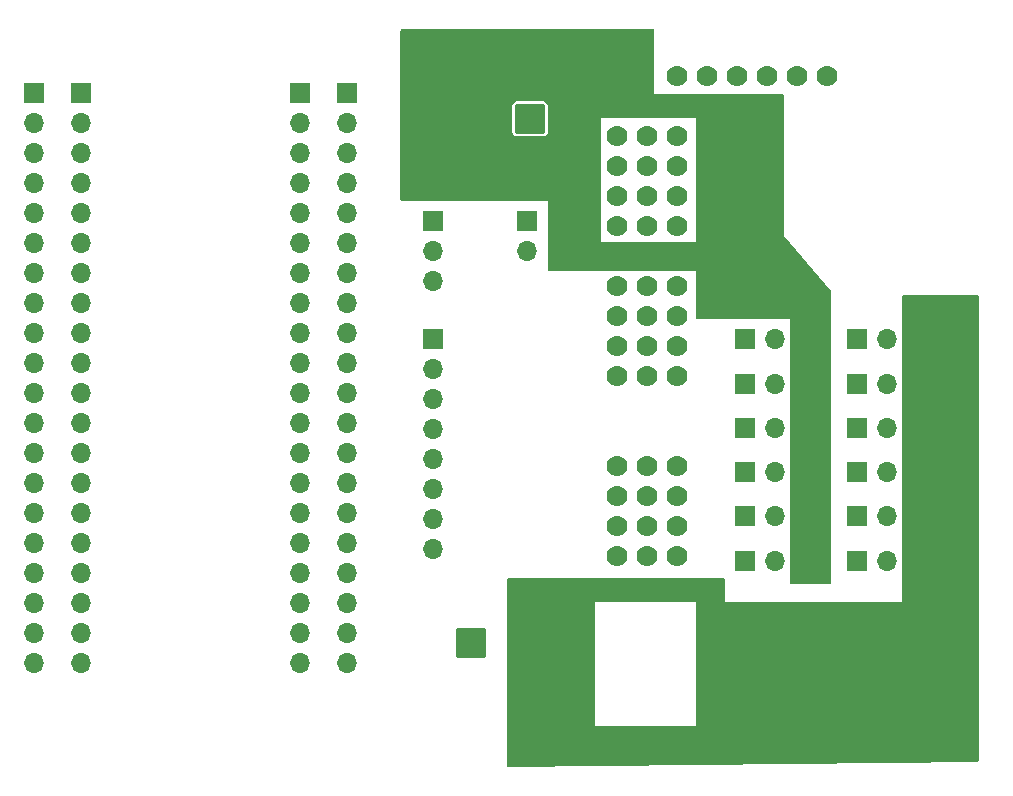
<source format=gbr>
%TF.GenerationSoftware,KiCad,Pcbnew,9.0.0*%
%TF.CreationDate,2025-03-26T16:24:42-04:00*%
%TF.ProjectId,spotmicro18_5mm,73706f74-6d69-4637-926f-31385f356d6d,rev?*%
%TF.SameCoordinates,Original*%
%TF.FileFunction,Copper,L2,Inr*%
%TF.FilePolarity,Positive*%
%FSLAX46Y46*%
G04 Gerber Fmt 4.6, Leading zero omitted, Abs format (unit mm)*
G04 Created by KiCad (PCBNEW 9.0.0) date 2025-03-26 16:24:42*
%MOMM*%
%LPD*%
G01*
G04 APERTURE LIST*
G04 Aperture macros list*
%AMRoundRect*
0 Rectangle with rounded corners*
0 $1 Rounding radius*
0 $2 $3 $4 $5 $6 $7 $8 $9 X,Y pos of 4 corners*
0 Add a 4 corners polygon primitive as box body*
4,1,4,$2,$3,$4,$5,$6,$7,$8,$9,$2,$3,0*
0 Add four circle primitives for the rounded corners*
1,1,$1+$1,$2,$3*
1,1,$1+$1,$4,$5*
1,1,$1+$1,$6,$7*
1,1,$1+$1,$8,$9*
0 Add four rect primitives between the rounded corners*
20,1,$1+$1,$2,$3,$4,$5,0*
20,1,$1+$1,$4,$5,$6,$7,0*
20,1,$1+$1,$6,$7,$8,$9,0*
20,1,$1+$1,$8,$9,$2,$3,0*%
G04 Aperture macros list end*
%TA.AperFunction,ComponentPad*%
%ADD10R,1.700000X1.700000*%
%TD*%
%TA.AperFunction,ComponentPad*%
%ADD11O,1.700000X1.700000*%
%TD*%
%TA.AperFunction,ComponentPad*%
%ADD12RoundRect,0.250000X1.050000X1.050000X-1.050000X1.050000X-1.050000X-1.050000X1.050000X-1.050000X0*%
%TD*%
%TA.AperFunction,ComponentPad*%
%ADD13C,2.600000*%
%TD*%
%TA.AperFunction,ComponentPad*%
%ADD14RoundRect,0.250000X-1.050000X-1.050000X1.050000X-1.050000X1.050000X1.050000X-1.050000X1.050000X0*%
%TD*%
%TA.AperFunction,ComponentPad*%
%ADD15C,1.778000*%
%TD*%
%TA.AperFunction,Conductor*%
%ADD16C,1.700000*%
%TD*%
G04 APERTURE END LIST*
D10*
%TO.N,/PWM-7*%
%TO.C,J9*%
X146170000Y-88000000D03*
D11*
%TO.N,/S2-PWR*%
X148710000Y-88000000D03*
%TO.N,/S2-GND*%
X151250000Y-88000000D03*
%TD*%
D10*
%TO.N,/ESP-32Pin*%
%TO.C,J14*%
X90000000Y-63360000D03*
D11*
X90000000Y-65900000D03*
X90000000Y-68440000D03*
X90000000Y-70980000D03*
X90000000Y-73520000D03*
X90000000Y-76060000D03*
X90000000Y-78600000D03*
X90000000Y-81140000D03*
X90000000Y-83680000D03*
X90000000Y-86220000D03*
X90000000Y-88760000D03*
X90000000Y-91300000D03*
X90000000Y-93840000D03*
X90000000Y-96380000D03*
X90000000Y-98920000D03*
X90000000Y-101460000D03*
X90000000Y-104000000D03*
X90000000Y-106540000D03*
X90000000Y-109080000D03*
X90000000Y-111620000D03*
%TD*%
D10*
%TO.N,/PWM-4*%
%TO.C,J6*%
X155670000Y-99250000D03*
D11*
%TO.N,/S1-PWR*%
X158210000Y-99250000D03*
%TO.N,/S1-GND*%
X160750000Y-99250000D03*
%TD*%
D10*
%TO.N,/Global SCL*%
%TO.C,J18*%
X127750000Y-74250000D03*
D11*
%TO.N,/Global SDA*%
X127750000Y-76790000D03*
%TD*%
D12*
%TO.N,/S2-PWR*%
%TO.C,J21*%
X127993453Y-65577500D03*
D13*
%TO.N,/S2-GND*%
X122993453Y-65577500D03*
%TD*%
D10*
%TO.N,/PWM-2*%
%TO.C,J4*%
X155670000Y-91750000D03*
D11*
%TO.N,/S1-PWR*%
X158210000Y-91750000D03*
%TO.N,/S1-GND*%
X160750000Y-91750000D03*
%TD*%
D10*
%TO.N,/ESP-32Pin*%
%TO.C,J17*%
X112500000Y-63400000D03*
D11*
X112500000Y-65940000D03*
X112500000Y-68480000D03*
X112500000Y-71020000D03*
X112500000Y-73560000D03*
X112500000Y-76100000D03*
X112500000Y-78640000D03*
X112500000Y-81180000D03*
X112500000Y-83720000D03*
X112500000Y-86260000D03*
X112500000Y-88800000D03*
X112500000Y-91340000D03*
X112500000Y-93880000D03*
X112500000Y-96420000D03*
X112500000Y-98960000D03*
X112500000Y-101500000D03*
X112500000Y-104040000D03*
X112500000Y-106580000D03*
X112500000Y-109120000D03*
X112500000Y-111660000D03*
%TD*%
D10*
%TO.N,/PWM-11*%
%TO.C,J13*%
X146170000Y-103000000D03*
D11*
%TO.N,/S2-PWR*%
X148710000Y-103000000D03*
%TO.N,/S2-GND*%
X151250000Y-103000000D03*
%TD*%
D10*
%TO.N,/PWM-1*%
%TO.C,J3*%
X155670000Y-88000000D03*
D11*
%TO.N,/S1-PWR*%
X158210000Y-88000000D03*
%TO.N,/S1-GND*%
X160750000Y-88000000D03*
%TD*%
D10*
%TO.N,/ESP-32Pin*%
%TO.C,J15*%
X108500000Y-63400000D03*
D11*
X108500000Y-65940000D03*
X108500000Y-68480000D03*
X108500000Y-71020000D03*
X108500000Y-73560000D03*
X108500000Y-76100000D03*
X108500000Y-78640000D03*
X108500000Y-81180000D03*
X108500000Y-83720000D03*
X108500000Y-86260000D03*
X108500000Y-88800000D03*
X108500000Y-91340000D03*
X108500000Y-93880000D03*
X108500000Y-96420000D03*
X108500000Y-98960000D03*
X108500000Y-101500000D03*
X108500000Y-104040000D03*
X108500000Y-106580000D03*
X108500000Y-109120000D03*
X108500000Y-111660000D03*
%TD*%
D10*
%TO.N,/PWM-9*%
%TO.C,J11*%
X146170000Y-95500000D03*
D11*
%TO.N,/S2-PWR*%
X148710000Y-95500000D03*
%TO.N,/S2-GND*%
X151250000Y-95500000D03*
%TD*%
D14*
%TO.N,/S1-PWR*%
%TO.C,J1*%
X123000000Y-110000000D03*
D13*
%TO.N,/S1-GND*%
X128000000Y-110000000D03*
%TD*%
D10*
%TO.N,/ESP-32Pin*%
%TO.C,J16*%
X86000000Y-63360000D03*
D11*
X86000000Y-65900000D03*
X86000000Y-68440000D03*
X86000000Y-70980000D03*
X86000000Y-73520000D03*
X86000000Y-76060000D03*
X86000000Y-78600000D03*
X86000000Y-81140000D03*
X86000000Y-83680000D03*
X86000000Y-86220000D03*
X86000000Y-88760000D03*
X86000000Y-91300000D03*
X86000000Y-93840000D03*
X86000000Y-96380000D03*
X86000000Y-98920000D03*
X86000000Y-101460000D03*
X86000000Y-104000000D03*
X86000000Y-106540000D03*
X86000000Y-109080000D03*
X86000000Y-111620000D03*
%TD*%
D10*
%TO.N,/PWM-6*%
%TO.C,J8*%
X146170000Y-84250000D03*
D11*
%TO.N,/S2-PWR*%
X148710000Y-84250000D03*
%TO.N,/S2-GND*%
X151250000Y-84250000D03*
%TD*%
D10*
%TO.N,/PWM-3*%
%TO.C,J5*%
X155670000Y-95500000D03*
D11*
%TO.N,/S1-PWR*%
X158210000Y-95500000D03*
%TO.N,/S1-GND*%
X160750000Y-95500000D03*
%TD*%
D10*
%TO.N,/PWM-8*%
%TO.C,J10*%
X146170000Y-91750000D03*
D11*
%TO.N,/S2-PWR*%
X148710000Y-91750000D03*
%TO.N,/S2-GND*%
X151250000Y-91750000D03*
%TD*%
D10*
%TO.N,/ESP32-3v3*%
%TO.C,J20*%
X119800000Y-84260000D03*
D11*
%TO.N,/ESP32-GND*%
X119800000Y-86800000D03*
%TO.N,/Global SCL*%
X119800000Y-89340000D03*
%TO.N,/Global SDA*%
X119800000Y-91880000D03*
%TO.N,unconnected-(J20-Pin_5-Pad5)*%
X119800000Y-94420000D03*
%TO.N,unconnected-(J20-Pin_6-Pad6)*%
X119800000Y-96960000D03*
%TO.N,unconnected-(J20-Pin_7-Pad7)*%
X119800000Y-99500000D03*
%TO.N,unconnected-(J20-Pin_8-Pad8)*%
X119800000Y-102040000D03*
%TD*%
D10*
%TO.N,/PWM-10*%
%TO.C,J12*%
X146170000Y-99250000D03*
D11*
%TO.N,/S2-PWR*%
X148710000Y-99250000D03*
%TO.N,/S2-GND*%
X151250000Y-99250000D03*
%TD*%
D10*
%TO.N,/ESP32-GND*%
%TO.C,J19*%
X119750000Y-74210000D03*
D11*
%TO.N,/ESP32-3v3*%
X119750000Y-76750000D03*
%TO.N,/ESP32-5v*%
X119750000Y-79290000D03*
%TD*%
D10*
%TO.N,/PWM-5*%
%TO.C,J7*%
X155670000Y-103000000D03*
D11*
%TO.N,/S1-PWR*%
X158210000Y-103000000D03*
%TO.N,/S1-GND*%
X160750000Y-103000000D03*
%TD*%
D15*
%TO.N,/PWM-0*%
%TO.C,U2*%
X140440000Y-67050000D03*
%TO.N,/PWM-1*%
X140440000Y-69590000D03*
%TO.N,/PWM-2*%
X140440000Y-72130000D03*
%TO.N,/PWM-3*%
X140440000Y-74670000D03*
%TO.N,/PWM-4*%
X140440000Y-79750000D03*
%TO.N,/PWM-5*%
X140440000Y-82290000D03*
%TO.N,/PWM-6*%
X140440000Y-84830000D03*
%TO.N,/PWM-7*%
X140440000Y-87370000D03*
%TO.N,/PWM-8*%
X140440000Y-94990000D03*
%TO.N,/PWM-9*%
X140440000Y-97530000D03*
%TO.N,/PWM-10*%
X140440000Y-100070000D03*
%TO.N,/PWM-11*%
X140440000Y-102610000D03*
%TO.N,/ESP32-GND*%
X153140000Y-61970000D03*
%TO.N,N/C*%
X135360000Y-67050000D03*
X135360000Y-69590000D03*
X135360000Y-72130000D03*
X135360000Y-74670000D03*
X135360000Y-79750000D03*
X135360000Y-82290000D03*
X135360000Y-84830000D03*
X135360000Y-87370000D03*
X135360000Y-94990000D03*
X135360000Y-97530000D03*
X135360000Y-100070000D03*
X135360000Y-102610000D03*
X150600000Y-61970000D03*
%TO.N,/Global SCL*%
X148060000Y-61970000D03*
%TO.N,/Global SDA*%
X145520000Y-61970000D03*
%TO.N,unconnected-(U2-V+-PadV+_1)*%
X140440000Y-61970000D03*
%TO.N,N/C*%
X137900000Y-67050000D03*
X137900000Y-69590000D03*
X137900000Y-72130000D03*
X137900000Y-74670000D03*
X137900000Y-79750000D03*
X137900000Y-82290000D03*
X137900000Y-84830000D03*
X137900000Y-87370000D03*
X137900000Y-94990000D03*
X137900000Y-97530000D03*
X137900000Y-100070000D03*
X137900000Y-102610000D03*
%TO.N,/ESP32-5v*%
X142980000Y-61970000D03*
%TD*%
D10*
%TO.N,/PWM-0*%
%TO.C,J2*%
X155670000Y-84250000D03*
D11*
%TO.N,/S1-PWR*%
X158210000Y-84250000D03*
%TO.N,/S1-GND*%
X160750000Y-84250000D03*
%TD*%
D16*
%TO.N,/S1-GND*%
X160750000Y-103000000D02*
X160750000Y-95500000D01*
X128000000Y-110000000D02*
X128000000Y-115000000D01*
X160750000Y-110750000D02*
X160750000Y-103000000D01*
X128000000Y-115000000D02*
X131500000Y-118500000D01*
X160750000Y-103000000D02*
X160750000Y-99250000D01*
X131500000Y-118500000D02*
X153000000Y-118500000D01*
X160750000Y-84250000D02*
X160750000Y-88000000D01*
X160750000Y-91750000D02*
X160750000Y-95500000D01*
X153000000Y-118500000D02*
X160750000Y-110750000D01*
X160750000Y-91750000D02*
X160750000Y-88000000D01*
%TO.N,/S2-GND*%
X151250000Y-91750000D02*
X151250000Y-95500000D01*
X142500000Y-64500000D02*
X146500000Y-68500000D01*
X133000000Y-61000000D02*
X136500000Y-64500000D01*
X147000000Y-78500000D02*
X149500000Y-78500000D01*
X151250000Y-95500000D02*
X151250000Y-99250000D01*
X151250000Y-99250000D02*
X151250000Y-103000000D01*
X125000000Y-61000000D02*
X133000000Y-61000000D01*
X151250000Y-88000000D02*
X151250000Y-91750000D01*
X151250000Y-84250000D02*
X151250000Y-88000000D01*
X122993453Y-63006547D02*
X125000000Y-61000000D01*
X122993453Y-65577500D02*
X122993453Y-63006547D01*
X146500000Y-78000000D02*
X147000000Y-78500000D01*
X146500000Y-68500000D02*
X146500000Y-78000000D01*
X149500000Y-78500000D02*
X151250000Y-80250000D01*
X151250000Y-80250000D02*
X151250000Y-84250000D01*
X136500000Y-64500000D02*
X142500000Y-64500000D01*
%TD*%
%TA.AperFunction,Conductor*%
%TO.N,/S2-GND*%
G36*
X134000000Y-76000000D02*
G01*
X142000000Y-76000000D01*
X142000000Y-78500000D01*
X129624000Y-78500000D01*
X129556961Y-78480315D01*
X129511206Y-78427511D01*
X129500000Y-78376000D01*
X129500000Y-72500000D01*
X134000000Y-72500000D01*
X134000000Y-76000000D01*
G37*
%TD.AperFunction*%
%TD*%
%TA.AperFunction,Conductor*%
%TO.N,/S2-GND*%
G36*
X138443039Y-58019685D02*
G01*
X138488794Y-58072489D01*
X138500000Y-58124000D01*
X138500000Y-63500000D01*
X149376000Y-63500000D01*
X149443039Y-63519685D01*
X149488794Y-63572489D01*
X149500000Y-63624000D01*
X149500000Y-71657949D01*
X149499684Y-71666789D01*
X149495024Y-71731977D01*
X149495024Y-71731992D01*
X149495047Y-72269008D01*
X149499684Y-72333789D01*
X149500000Y-72342641D01*
X149500000Y-75500000D01*
X153470148Y-80131839D01*
X153498831Y-80195549D01*
X153500000Y-80212536D01*
X153500000Y-104876000D01*
X153480315Y-104943039D01*
X153427511Y-104988794D01*
X153376000Y-105000000D01*
X150124000Y-105000000D01*
X150056961Y-104980315D01*
X150011206Y-104927511D01*
X150000000Y-104876000D01*
X150000000Y-82500000D01*
X142124000Y-82500000D01*
X142056961Y-82480315D01*
X142011206Y-82427511D01*
X142000000Y-82376000D01*
X142000000Y-78500000D01*
X142000000Y-65500000D01*
X134000000Y-65500000D01*
X134000000Y-72500000D01*
X117124000Y-72500000D01*
X117056961Y-72480315D01*
X117011206Y-72427511D01*
X117000000Y-72376000D01*
X117000000Y-64473230D01*
X126492953Y-64473230D01*
X126492953Y-66681769D01*
X126495806Y-66712199D01*
X126495806Y-66712201D01*
X126524736Y-66794875D01*
X126540660Y-66840382D01*
X126621303Y-66949650D01*
X126730571Y-67030293D01*
X126773298Y-67045244D01*
X126858752Y-67075146D01*
X126889183Y-67078000D01*
X126889187Y-67078000D01*
X129097723Y-67078000D01*
X129128152Y-67075146D01*
X129128154Y-67075146D01*
X129192243Y-67052719D01*
X129256335Y-67030293D01*
X129365603Y-66949650D01*
X129446246Y-66840382D01*
X129468672Y-66776290D01*
X129491099Y-66712201D01*
X129491099Y-66712199D01*
X129493953Y-66681769D01*
X129493953Y-64473230D01*
X129491099Y-64442800D01*
X129491099Y-64442798D01*
X129446246Y-64314619D01*
X129446245Y-64314617D01*
X129365603Y-64205350D01*
X129256335Y-64124707D01*
X129256333Y-64124706D01*
X129128153Y-64079853D01*
X129097723Y-64077000D01*
X129097719Y-64077000D01*
X126889187Y-64077000D01*
X126889183Y-64077000D01*
X126858753Y-64079853D01*
X126858751Y-64079853D01*
X126730572Y-64124706D01*
X126730570Y-64124707D01*
X126621303Y-64205350D01*
X126540660Y-64314617D01*
X126540659Y-64314619D01*
X126495806Y-64442798D01*
X126495806Y-64442800D01*
X126492953Y-64473230D01*
X117000000Y-64473230D01*
X117000000Y-58124000D01*
X117019685Y-58056961D01*
X117072489Y-58011206D01*
X117124000Y-58000000D01*
X138376000Y-58000000D01*
X138443039Y-58019685D01*
G37*
%TD.AperFunction*%
%TD*%
%TA.AperFunction,Conductor*%
%TO.N,/S1-GND*%
G36*
X144443039Y-104519685D02*
G01*
X144488794Y-104572489D01*
X144500000Y-104624000D01*
X144500000Y-106500000D01*
X133500000Y-106500000D01*
X133500000Y-104500000D01*
X144376000Y-104500000D01*
X144443039Y-104519685D01*
G37*
%TD.AperFunction*%
%TD*%
%TA.AperFunction,Conductor*%
%TO.N,/S1-GND*%
G36*
X165943039Y-80519685D02*
G01*
X165988794Y-80572489D01*
X166000000Y-80624000D01*
X166000000Y-119877433D01*
X165980315Y-119944472D01*
X165927511Y-119990227D01*
X165877442Y-120001425D01*
X126125442Y-120463658D01*
X126058178Y-120444754D01*
X126011812Y-120392485D01*
X126000000Y-120339666D01*
X126000000Y-104624000D01*
X126019685Y-104556961D01*
X126072489Y-104511206D01*
X126124000Y-104500000D01*
X133500000Y-104500000D01*
X133500000Y-117000000D01*
X142000000Y-117000000D01*
X142000000Y-106500000D01*
X159500000Y-106500000D01*
X159500000Y-80624000D01*
X159519685Y-80556961D01*
X159572489Y-80511206D01*
X159624000Y-80500000D01*
X165876000Y-80500000D01*
X165943039Y-80519685D01*
G37*
%TD.AperFunction*%
%TD*%
M02*

</source>
